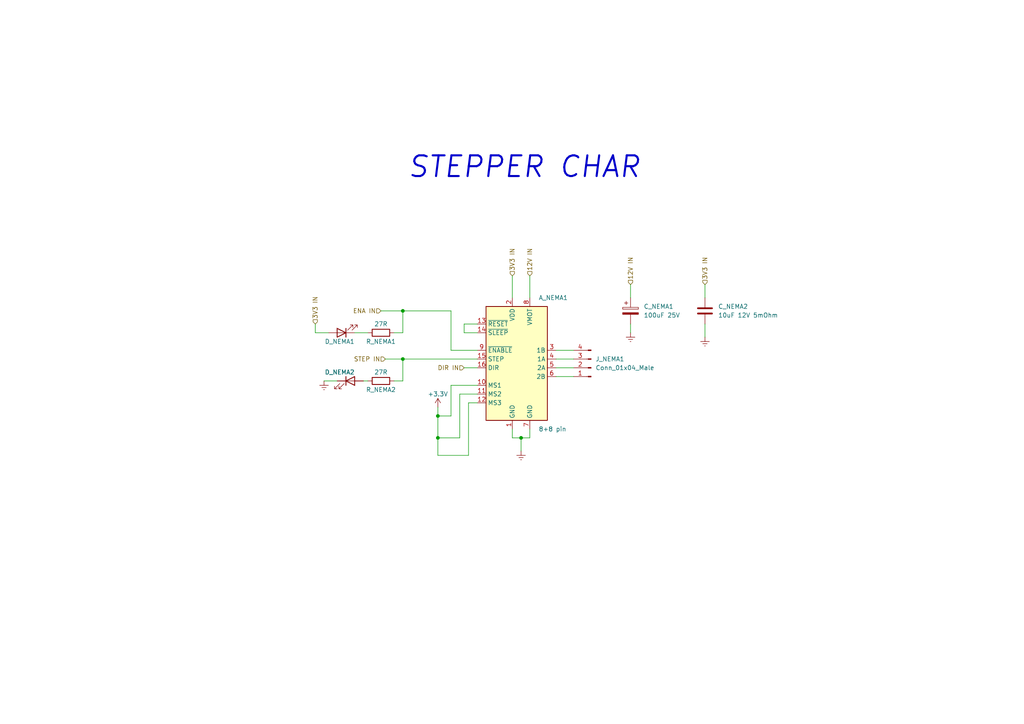
<source format=kicad_sch>
(kicad_sch (version 20211123) (generator eeschema)
  (paper "A4")
  (title_block (title "E-TKT") (date "2022-07-21") (rev "3") (company "Andrei Speridiao"))
  (lib_symbols
    (symbol "Connector:Conn_01x04_Male" (pin_names (offset 1.016) hide)
      (property "Reference" "J" (at 0 5.08 0))
      (property "Value" "Conn_01x04_Male" (at 0 -7.62 0))
      (symbol "Conn_01x04_Male_1_1"
        (polyline (pts (xy 1.27 -5.08) (xy 0.8636 -5.08)) (stroke (width 0.1524)))
        (polyline (pts (xy 1.27 -2.54) (xy 0.8636 -2.54)) (stroke (width 0.1524)))
        (polyline (pts (xy 1.27 0) (xy 0.8636 0)) (stroke (width 0.1524)))
        (polyline (pts (xy 1.27 2.54) (xy 0.8636 2.54)) (stroke (width 0.1524)))
        (rectangle (start 0.8636 -4.953) (end 0 -5.207) (stroke (width 0.1524)) (fill (type outline)))
        (rectangle (start 0.8636 -2.413) (end 0 -2.667) (stroke (width 0.1524)) (fill (type outline)))
        (rectangle (start 0.8636 0.127) (end 0 -0.127) (stroke (width 0.1524)) (fill (type outline)))
        (rectangle (start 0.8636 2.667) (end 0 2.413) (stroke (width 0.1524)) (fill (type outline)))
        (pin passive line (at 5.08 2.54 180) (length 3.81) (name "Pin_1") (number "1"))
        (pin passive line (at 5.08 0 180) (length 3.81) (name "Pin_2") (number "2"))
        (pin passive line (at 5.08 -2.54 180) (length 3.81) (name "Pin_3") (number "3"))
        (pin passive line (at 5.08 -5.08 180) (length 3.81) (name "Pin_4") (number "4"))
      )
    )
    (symbol "Device:C" (pin_numbers hide) (pin_names (offset 0.254))
      (property "Reference" "C" (at 0.635 2.54 0))
      (property "Value" "C" (at 0.635 -2.54 0))
      (symbol "C_0_1"
        (polyline (pts (xy -2.032 -0.762) (xy 2.032 -0.762)) (stroke (width 0.508)))
        (polyline (pts (xy -2.032 0.762) (xy 2.032 0.762)) (stroke (width 0.508)))
      )
      (symbol "C_1_1"
        (pin passive line (at 0 3.81 270) (length 2.794) (name "~") (number "1"))
        (pin passive line (at 0 -3.81 90) (length 2.794) (name "~") (number "2"))
      )
    )
    (symbol "Device:C_Polarized" (pin_numbers hide) (pin_names (offset 0.254))
      (property "Reference" "C" (at 0.635 2.54 0))
      (property "Value" "C_Polarized" (at 0.635 -2.54 0))
      (symbol "C_Polarized_0_1"
        (rectangle (start -2.286 0.508) (end 2.286 1.016))
        (polyline (pts (xy -1.778 2.286) (xy -0.762 2.286)))
        (polyline (pts (xy -1.27 2.794) (xy -1.27 1.778)))
        (rectangle (start 2.286 -0.508) (end -2.286 -1.016) (fill (type outline)))
      )
      (symbol "C_Polarized_1_1"
        (pin passive line (at 0 3.81 270) (length 2.794) (name "~") (number "1"))
        (pin passive line (at 0 -3.81 90) (length 2.794) (name "~") (number "2"))
      )
    )
    (symbol "Device:LED" (pin_numbers hide) (pin_names (offset 1.016) hide)
      (property "Reference" "D" (at 0 2.54 0))
      (property "Value" "LED" (at 0 -2.54 0))
      (symbol "LED_0_1"
        (polyline (pts (xy -1.27 -1.27) (xy -1.27 1.27)) (stroke (width 0.254)))
        (polyline (pts (xy -1.27 0) (xy 1.27 0)))
        (polyline (pts (xy 1.27 -1.27) (xy 1.27 1.27) (xy -1.27 0) (xy 1.27 -1.27)) (stroke (width 0.254)))
        (polyline (pts (xy -3.048 -0.762) (xy -4.572 -2.286) (xy -3.81 -2.286) (xy -4.572 -2.286) (xy -4.572 -1.524)))
        (polyline (pts (xy -1.778 -0.762) (xy -3.302 -2.286) (xy -2.54 -2.286) (xy -3.302 -2.286) (xy -3.302 -1.524)))
      )
      (symbol "LED_1_1"
        (pin passive line (at -3.81 0 0) (length 2.54) (name "K") (number "1"))
        (pin passive line (at 3.81 0 180) (length 2.54) (name "A") (number "2"))
      )
    )
    (symbol "Device:R" (pin_numbers hide) (pin_names (offset 0))
      (property "Reference" "R" (at 2.032 0 90))
      (property "Value" "R" (at 0 0 90))
      (symbol "R_0_1"
        (rectangle (start -1.016 -2.54) (end 1.016 2.54) (stroke (width 0.254)))
      )
      (symbol "R_1_1"
        (pin passive line (at 0 3.81 270) (length 1.27) (name "~") (number "1"))
        (pin passive line (at 0 -3.81 90) (length 1.27) (name "~") (number "2"))
      )
    )
    (symbol "Driver_Motor:Pololu_Breakout_A4988"
      (property "Reference" "A" (at -2.54 19.05 0))
      (property "Value" "Pololu_Breakout_A4988" (at -2.54 16.51 0))
      (symbol "Pololu_Breakout_A4988_0_1"
        (rectangle (start 10.16 -17.78) (end -7.62 15.24) (stroke (width 0.254)) (fill (type background)))
      )
      (symbol "Pololu_Breakout_A4988_1_1"
        (pin power_in line (at 0 -20.32 90) (length 2.54) (name "GND") (number "1"))
        (pin input line (at -10.16 -7.62 0) (length 2.54) (name "MS1") (number "10"))
        (pin input line (at -10.16 -10.16 0) (length 2.54) (name "MS2") (number "11"))
        (pin input line (at -10.16 -12.7 0) (length 2.54) (name "MS3") (number "12"))
        (pin input line (at -10.16 10.16 0) (length 2.54) (name "~{RESET}") (number "13"))
        (pin input line (at -10.16 7.62 0) (length 2.54) (name "~{SLEEP}") (number "14"))
        (pin input line (at -10.16 0 0) (length 2.54) (name "STEP") (number "15"))
        (pin input line (at -10.16 -2.54 0) (length 2.54) (name "DIR") (number "16"))
        (pin power_in line (at 0 17.78 270) (length 2.54) (name "VDD") (number "2"))
        (pin output line (at 12.7 2.54 180) (length 2.54) (name "1B") (number "3"))
        (pin output line (at 12.7 0 180) (length 2.54) (name "1A") (number "4"))
        (pin output line (at 12.7 -2.54 180) (length 2.54) (name "2A") (number "5"))
        (pin output line (at 12.7 -5.08 180) (length 2.54) (name "2B") (number "6"))
        (pin power_in line (at 5.08 -20.32 90) (length 2.54) (name "GND") (number "7"))
        (pin power_in line (at 5.08 17.78 270) (length 2.54) (name "VMOT") (number "8"))
        (pin input line (at -10.16 2.54 0) (length 2.54) (name "~{ENABLE}") (number "9"))
      )
    )
    (symbol "power:+3.3V" (power) (pin_names (offset 0))
      (property "Value" "+3.3V" (at 0 3.556 0))
      (symbol "+3.3V_0_1"
        (polyline (pts (xy -0.762 1.27) (xy 0 2.54)))
        (polyline (pts (xy 0 0) (xy 0 2.54)))
        (polyline (pts (xy 0 2.54) (xy 0.762 1.27)))
      )
      (symbol "+3.3V_1_1"
        (pin power_in line (at 0 0 90) (length 0) hide (name "+3.3V") (number "1"))
      )
    )
    (symbol "power:GNDREF" (power) (pin_names (offset 0))
      (property "Value" "GNDREF" (at 0 -3.81 0))
      (symbol "GNDREF_0_1"
        (polyline (pts (xy -0.635 -1.905) (xy 0.635 -1.905)))
        (polyline (pts (xy -0.127 -2.54) (xy 0.127 -2.54)))
        (polyline (pts (xy 0 -1.27) (xy 0 0)))
        (polyline (pts (xy 1.27 -1.27) (xy -1.27 -1.27)))
      )
      (symbol "GNDREF_1_1"
        (pin power_in line (at 0 0 270) (length 0) hide (name "GNDREF") (number "1"))
      )
    )
  )
  (junction (at 116.84 90.17))
  (junction (at 127 127))
  (junction (at 151.13 127))
  (junction (at 116.84 104.14))
  (junction (at 127 120.65))
  (wire (pts (xy 130.81 120.65) (xy 130.81 111.76)))
  (wire (pts (xy 153.67 80.01) (xy 153.67 86.36)))
  (wire (pts (xy 133.35 114.3) (xy 133.35 127)))
  (wire (pts (xy 138.43 114.3) (xy 133.35 114.3)))
  (wire (pts (xy 134.62 93.98) (xy 134.62 96.52)))
  (wire (pts (xy 114.3 96.52) (xy 116.84 96.52)))
  (wire (pts (xy 105.41 110.49) (xy 106.68 110.49)))
  (wire (pts (xy 204.47 82.55) (xy 204.47 86.36)))
  (wire (pts (xy 110.49 90.17) (xy 116.84 90.17)))
  (wire (pts (xy 116.84 90.17) (xy 116.84 96.52)))
  (wire (pts (xy 102.87 96.52) (xy 106.68 96.52)))
  (wire (pts (xy 127 127) (xy 133.35 127)))
  (wire (pts (xy 151.13 127) (xy 153.67 127)))
  (wire (pts (xy 166.37 101.6) (xy 161.29 101.6)))
  (wire (pts (xy 148.59 127) (xy 151.13 127)))
  (wire (pts (xy 134.62 106.68) (xy 138.43 106.68)))
  (wire (pts (xy 153.67 127) (xy 153.67 124.46)))
  (wire (pts (xy 138.43 116.84) (xy 135.89 116.84)))
  (wire (pts (xy 127 118.11) (xy 127 120.65)))
  (wire (pts (xy 166.37 104.14) (xy 161.29 104.14)))
  (wire (pts (xy 135.89 116.84) (xy 135.89 132.08)))
  (wire (pts (xy 97.79 110.49) (xy 93.98 110.49)))
  (wire (pts (xy 91.44 93.98) (xy 91.44 96.52)))
  (wire (pts (xy 204.47 93.98) (xy 204.47 97.79)))
  (wire (pts (xy 111.76 104.14) (xy 116.84 104.14)))
  (wire (pts (xy 130.81 101.6) (xy 138.43 101.6)))
  (wire (pts (xy 166.37 106.68) (xy 161.29 106.68)))
  (wire (pts (xy 182.88 82.55) (xy 182.88 86.36)))
  (wire (pts (xy 116.84 104.14) (xy 138.43 104.14)))
  (wire (pts (xy 127 120.65) (xy 130.81 120.65)))
  (wire (pts (xy 130.81 111.76) (xy 138.43 111.76)))
  (wire (pts (xy 130.81 90.17) (xy 130.81 101.6)))
  (wire (pts (xy 138.43 93.98) (xy 134.62 93.98)))
  (wire (pts (xy 127 120.65) (xy 127 127)))
  (wire (pts (xy 116.84 110.49) (xy 116.84 104.14)))
  (wire (pts (xy 127 132.08) (xy 135.89 132.08)))
  (wire (pts (xy 148.59 127) (xy 148.59 124.46)))
  (wire (pts (xy 151.13 127) (xy 151.13 130.81)))
  (wire (pts (xy 166.37 109.22) (xy 161.29 109.22)))
  (wire (pts (xy 116.84 90.17) (xy 130.81 90.17)))
  (wire (pts (xy 134.62 96.52) (xy 138.43 96.52)))
  (wire (pts (xy 127 127) (xy 127 132.08)))
  (wire (pts (xy 182.88 96.52) (xy 182.88 93.98)))
  (wire (pts (xy 91.44 96.52) (xy 95.25 96.52)))
  (wire (pts (xy 114.3 110.49) (xy 116.84 110.49)))
  (wire (pts (xy 148.59 86.36) (xy 148.59 80.01)))
  (text "STEPPER CHAR" (at 118.11 52.07 0) (effects (font (size 6 6) (thickness 0.6) bold italic) (justify left bottom)))
  (hierarchical_label "12V IN" (shape input) (at 182.88 82.55 90))
  (hierarchical_label "12V IN" (shape input) (at 153.67 80.01 90))
  (hierarchical_label "STEP IN" (shape input) (at 111.76 104.14 180))
  (hierarchical_label "3V3 IN" (shape input) (at 204.47 82.55 90))
  (hierarchical_label "3V3 IN" (shape input) (at 91.44 93.98 90))
  (hierarchical_label "DIR IN" (shape input) (at 134.62 106.68 180))
  (hierarchical_label "3V3 IN" (shape input) (at 148.59 80.01 90))
  (hierarchical_label "ENA IN" (shape input) (at 110.49 90.17 180))
  (symbol (lib_id "Device:R") (at 110.49 110.49 90) (unit 1)
    (property "Reference" "R_NEMA2" (at 110.49 113.03 90))
    (property "Value" "27R" (at 110.49 107.95 90))
    (property "Footprint" "Resistor_SMD:R_0603_1608Metric_Pad0.98x0.95mm_HandSolder" (effects hide))
    (property "Datasheet" "https://br.mouser.com/datasheet/2/54/Bourns_CMP_Datasheet_05.28.20-1854233.pdf" (effects hide))
    (property "#" "CMP0603-FX-27R0ELF" (effects hide))
    (property "Description" "LED series resistor" (effects hide))
    (property "Group" "NEMA" (effects hide))
    (property "Obs" "wes" (effects hide))
    (property "Mouser" "OK" (effects hide))
  )
  (symbol (lib_id "Connector:Conn_01x04_Male") (at 171.45 106.68 180) (unit 1)
    (property "Reference" "J_NEMA1" (at 172.72 104.1399 0) (effects (justify right)))
    (property "Value" "Conn_01x04_Male" (at 172.72 106.6799 0) (effects (justify right)))
    (property "Footprint" "Connector_PinHeader_2.54mm:PinHeader_1x04_P2.54mm_Horizontal" (effects hide))
    (property "Datasheet" "https://br.mouser.com/datasheet/2/181/M20-975-1220539.pdf" (effects hide))
    (property "Group" "NEMA" (effects hide))
    (property "Description" "Header" (effects hide))
    (property "#" "M20-9750446" (effects hide))
    (property "Mouser" "OK" (effects hide))
  )
  (symbol (lib_id "Device:C") (at 204.47 90.17 180) (unit 1)
    (property "Reference" "C_NEMA2" (at 208.28 88.9 0) (effects (justify right)))
    (property "Value" "10uF 12V 5mOhm" (at 208.28 91.44 0) (effects (justify right)))
    (property "Footprint" "Capacitor_SMD:C_0603_1608Metric_Pad1.08x0.95mm_HandSolder" (effects hide))
    (property "Datasheet" "https://product.tdk.com/system/files/dam/doc/product/capacitor/ceramic/mlcc/catalog/mlcc_commercial_general_en.pdf?ref_disty=mouser" (effects hide))
    (property "#" "C1608X5R1E106M080AC" (effects hide))
    (property "Description" "Decouple" (effects hide))
    (property "Group" "NEMA" (effects hide))
    (property "Obs" "wes" (effects hide))
    (property "Mouser" "OK" (effects hide))
  )
  (symbol (lib_id "Device:C_Polarized") (at 182.88 90.17 0) (unit 1)
    (property "Reference" "C_NEMA1" (at 186.69 88.9 0) (effects (justify left)))
    (property "Value" "100uF 25V" (at 186.69 91.44 0) (effects (justify left)))
    (property "Footprint" "Capacitor_SMD:CP_Elec_6.3x7.7" (effects hide))
    (property "Datasheet" "https://br.mouser.com/datasheet/2/420/MVERA_e-2509142.pdf" (effects hide))
    (property "#" "EMVE250ADA101MF80G" (effects hide))
    (property "Description" "Decouple" (effects hide))
    (property "Group" "NEMA" (effects hide))
    (property "Mouser" "OK" (effects hide))
  )
  (symbol (lib_id "power:GNDREF") (at 182.88 96.52 0) (unit 1)
    (property "Reference" "#PWR0138" (effects hide))
    (property "Value" "GNDREF" (effects hide))
  )
  (symbol (lib_id "Device:LED") (at 101.6 110.49 0) (unit 1)
    (property "Reference" "D_NEMA2" (at 102.87 107.95 0) (effects (justify right)))
    (property "Value" "LED white" (effects hide))
    (property "Footprint" "LED_SMD:LED_0603_1608Metric_Pad1.05x0.95mm_HandSolder" (effects hide))
    (property "Datasheet" "https://br.mouser.com/datasheet/2/348/smld12-e-1874545.pdf" (effects hide))
    (property "#" "SMLD12WBN1W1" (effects hide))
    (property "Description" "Signal LED" (effects hide))
    (property "Group" "NEMA" (effects hide))
    (property "Mouser" "OK" (effects hide))
  )
  (symbol (lib_id "power:GNDREF") (at 204.47 97.79 0) (unit 1)
    (property "Reference" "#PWR0116" (effects hide))
    (property "Value" "GNDREF" (effects hide))
  )
  (symbol (lib_id "Device:R") (at 110.49 96.52 270) (unit 1)
    (property "Reference" "R_NEMA1" (at 110.49 99.06 90))
    (property "Value" "27R" (at 110.49 93.98 90))
    (property "Footprint" "Resistor_SMD:R_0603_1608Metric_Pad0.98x0.95mm_HandSolder" (effects hide))
    (property "Datasheet" "https://br.mouser.com/datasheet/2/54/Bourns_CMP_Datasheet_05.28.20-1854233.pdf" (effects hide))
    (property "#" "CMP0603-FX-27R0ELF" (effects hide))
    (property "Description" "LED series resistor" (effects hide))
    (property "Group" "NEMA" (effects hide))
    (property "Obs" "wes" (effects hide))
    (property "Mouser" "OK" (effects hide))
  )
  (symbol (lib_id "power:GNDREF") (at 151.13 130.81 0) (unit 1)
    (property "Reference" "#PWR0130" (effects hide))
    (property "Value" "GNDREF" (effects hide))
  )
  (symbol (lib_id "power:GNDREF") (at 93.98 110.49 0) (unit 1)
    (property "Reference" "#PWR0194" (effects hide))
    (property "Value" "GNDREF" (effects hide))
  )
  (symbol (lib_id "power:+3.3V") (at 127 118.11 0) (unit 1)
    (property "Reference" "#PWR0137" (effects hide))
    (property "Value" "+3.3V" (at 127 114.3 0))
  )
  (symbol (lib_id "Driver_Motor:Pololu_Breakout_A4988") (at 148.59 104.14 0) (unit 1)
    (property "Reference" "A_NEMA1" (at 156.21 86.36 0) (effects (justify left)))
    (property "Value" "8+8 pin" (at 156.21 124.46 0) (effects (justify left)))
    (property "Footprint" "SnapEDA Library:Pololu_Breakout-16_15.2x20.3mm" (effects hide))
    (property "Datasheet" "https://br.mouser.com/datasheet/2/181/M20-782-1220556.pdf" (effects hide))
    (property "#" "M20-7820842 (2 units)" (effects hide))
    (property "Description" "Driver breakout" (effects hide))
    (property "Group" "NEMA" (effects hide))
    (property "Mouser" "OK" (effects hide))
  )
  (symbol (lib_id "Device:LED") (at 99.06 96.52 180) (unit 1)
    (property "Reference" "D_NEMA1" (at 102.87 99.06 0) (effects (justify left)))
    (property "Value" "LED white" (effects hide))
    (property "Footprint" "LED_SMD:LED_0603_1608Metric_Pad1.05x0.95mm_HandSolder" (effects hide))
    (property "Datasheet" "https://br.mouser.com/datasheet/2/348/smld12-e-1874545.pdf" (effects hide))
    (property "#" "SMLD12WBN1W1" (effects hide))
    (property "Description" "Signal LED" (effects hide))
    (property "Group" "NEMA" (effects hide))
    (property "Mouser" "OK" (effects hide))
  )
)
</source>
